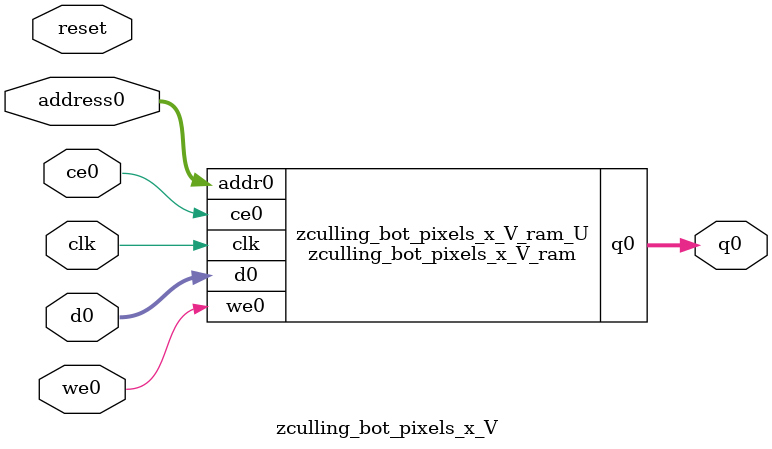
<source format=v>
`timescale 1 ns / 1 ps
module zculling_bot_pixels_x_V_ram (addr0, ce0, d0, we0, q0,  clk);

parameter DWIDTH = 8;
parameter AWIDTH = 9;
parameter MEM_SIZE = 500;

input[AWIDTH-1:0] addr0;
input ce0;
input[DWIDTH-1:0] d0;
input we0;
output wire[DWIDTH-1:0] q0;
input clk;

reg [DWIDTH-1:0] ram[0:MEM_SIZE-1];
reg [DWIDTH-1:0] q0_t0;
reg [DWIDTH-1:0] q0_t1;


assign q0 = q0_t1;

always @(posedge clk)  
begin
    if (ce0) 
    begin
        q0_t1 <= q0_t0;
    end
end


always @(posedge clk)  
begin 
    if (ce0) begin
        if (we0) 
            ram[addr0] <= d0; 
        q0_t0 <= ram[addr0];
    end
end


endmodule

`timescale 1 ns / 1 ps
module zculling_bot_pixels_x_V(
    reset,
    clk,
    address0,
    ce0,
    we0,
    d0,
    q0);

parameter DataWidth = 32'd8;
parameter AddressRange = 32'd500;
parameter AddressWidth = 32'd9;
input reset;
input clk;
input[AddressWidth - 1:0] address0;
input ce0;
input we0;
input[DataWidth - 1:0] d0;
output[DataWidth - 1:0] q0;



zculling_bot_pixels_x_V_ram zculling_bot_pixels_x_V_ram_U(
    .clk( clk ),
    .addr0( address0 ),
    .ce0( ce0 ),
    .we0( we0 ),
    .d0( d0 ),
    .q0( q0 ));

endmodule


</source>
